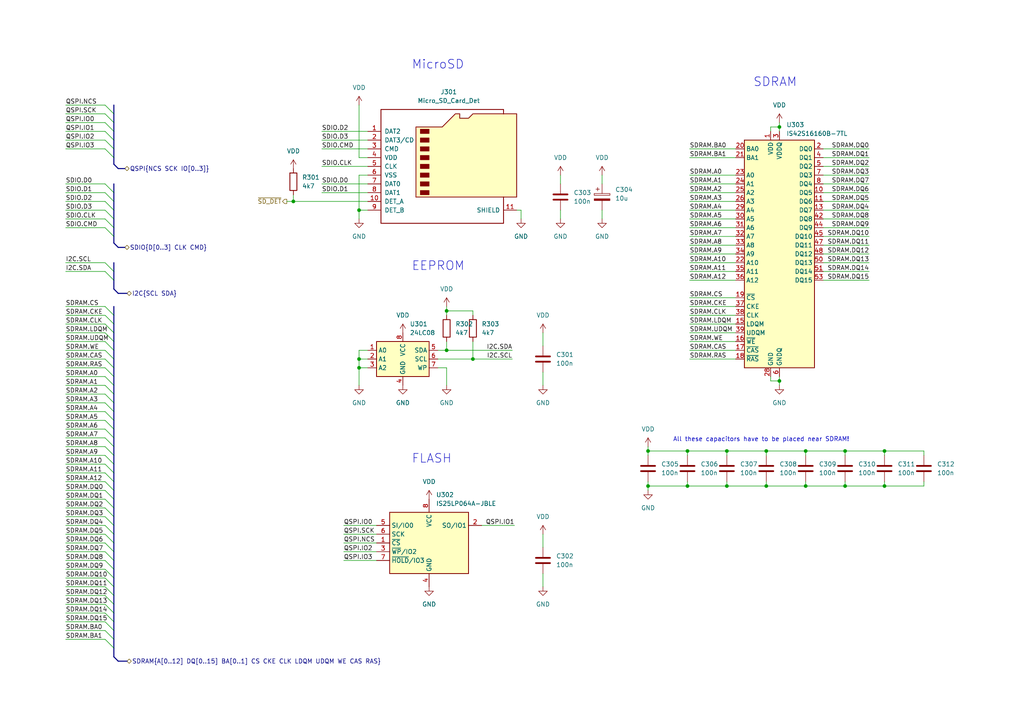
<source format=kicad_sch>
(kicad_sch (version 20211123) (generator eeschema)
  (paper "A4")
  (title_block (title "STLinux") (date "2022-11-10") (rev "1"))
  (lib_symbols
    (symbol "Connector:Micro_SD_Card_Det" (pin_names (offset 1.016))
      (property "Reference" "J" (at -16.51 17.78 0))
      (property "Value" "Micro_SD_Card_Det" (at 16.51 17.78 0))
      (symbol "Micro_SD_Card_Det_0_1"
        (rectangle (start -7.62 -6.985) (end -5.08 -8.255) (fill (type outline)))
        (rectangle (start -7.62 -4.445) (end -5.08 -5.715) (fill (type outline)))
        (rectangle (start -7.62 -1.905) (end -5.08 -3.175) (fill (type outline)))
        (rectangle (start -7.62 0.635) (end -5.08 -0.635) (fill (type outline)))
        (rectangle (start -7.62 3.175) (end -5.08 1.905) (fill (type outline)))
        (rectangle (start -7.62 5.715) (end -5.08 4.445) (fill (type outline)))
        (rectangle (start -7.62 8.255) (end -5.08 6.985) (fill (type outline)))
        (rectangle (start -7.62 10.795) (end -5.08 9.525) (fill (type outline)))
        (polyline (pts (xy 16.51 15.24) (xy 16.51 16.51) (xy -19.05 16.51) (xy -19.05 -16.51) (xy 16.51 -16.51) (xy 16.51 -8.89)) (stroke (width 0.254)))
        (polyline (pts (xy -8.89 -8.89) (xy -8.89 11.43) (xy -1.27 11.43) (xy 2.54 15.24) (xy 3.81 15.24) (xy 3.81 13.97) (xy 6.35 13.97) (xy 7.62 15.24) (xy 20.32 15.24) (xy 20.32 -8.89) (xy -8.89 -8.89)) (stroke (width 0.254)) (fill (type background)))
      )
      (symbol "Micro_SD_Card_Det_1_1"
        (pin bidirectional line (at -22.86 10.16 0) (length 3.81) (name "DAT2") (number "1"))
        (pin passive line (at -22.86 -10.16 0) (length 3.81) (name "DET_A") (number "10"))
        (pin passive line (at 20.32 -12.7 180) (length 3.81) (name "SHIELD") (number "11"))
        (pin bidirectional line (at -22.86 7.62 0) (length 3.81) (name "DAT3/CD") (number "2"))
        (pin input line (at -22.86 5.08 0) (length 3.81) (name "CMD") (number "3"))
        (pin power_in line (at -22.86 2.54 0) (length 3.81) (name "VDD") (number "4"))
        (pin input line (at -22.86 0 0) (length 3.81) (name "CLK") (number "5"))
        (pin power_in line (at -22.86 -2.54 0) (length 3.81) (name "VSS") (number "6"))
        (pin bidirectional line (at -22.86 -5.08 0) (length 3.81) (name "DAT0") (number "7"))
        (pin bidirectional line (at -22.86 -7.62 0) (length 3.81) (name "DAT1") (number "8"))
        (pin passive line (at -22.86 -12.7 0) (length 3.81) (name "DET_B") (number "9"))
      )
    )
    (symbol "Device:C" (pin_numbers hide) (pin_names (offset 0.254))
      (property "Reference" "C" (at 0.635 2.54 0))
      (property "Value" "C" (at 0.635 -2.54 0))
      (symbol "C_0_1"
        (polyline (pts (xy -2.032 -0.762) (xy 2.032 -0.762)) (stroke (width 0.508)))
        (polyline (pts (xy -2.032 0.762) (xy 2.032 0.762)) (stroke (width 0.508)))
      )
      (symbol "C_1_1"
        (pin passive line (at 0 3.81 270) (length 2.794) (name "~") (number "1"))
        (pin passive line (at 0 -3.81 90) (length 2.794) (name "~") (number "2"))
      )
    )
    (symbol "Device:C_Polarized" (pin_numbers hide) (pin_names (offset 0.254))
      (property "Reference" "C" (at 0.635 2.54 0))
      (property "Value" "C_Polarized" (at 0.635 -2.54 0))
      (symbol "C_Polarized_0_1"
        (rectangle (start -2.286 0.508) (end 2.286 1.016))
        (polyline (pts (xy -1.778 2.286) (xy -0.762 2.286)))
        (polyline (pts (xy -1.27 2.794) (xy -1.27 1.778)))
        (rectangle (start 2.286 -0.508) (end -2.286 -1.016) (fill (type outline)))
      )
      (symbol "C_Polarized_1_1"
        (pin passive line (at 0 3.81 270) (length 2.794) (name "~") (number "1"))
        (pin passive line (at 0 -3.81 90) (length 2.794) (name "~") (number "2"))
      )
    )
    (symbol "Device:R" (pin_numbers hide) (pin_names (offset 0))
      (property "Reference" "R" (at 2.032 0 90))
      (property "Value" "R" (at 0 0 90))
      (symbol "R_0_1"
        (rectangle (start -1.016 -2.54) (end 1.016 2.54) (stroke (width 0.254)))
      )
      (symbol "R_1_1"
        (pin passive line (at 0 3.81 270) (length 1.27) (name "~") (number "1"))
        (pin passive line (at 0 -3.81 90) (length 1.27) (name "~") (number "2"))
      )
    )
    (symbol "Memory_EEPROM:24LC08"
      (property "Reference" "U" (at -6.35 6.35 0))
      (property "Value" "24LC08" (at 1.27 6.35 0))
      (symbol "24LC08_1_1"
        (rectangle (start -7.62 5.08) (end 7.62 -5.08) (stroke (width 0.254)) (fill (type background)))
        (pin input line (at -10.16 2.54 0) (length 2.54) (name "A0") (number "1"))
        (pin input line (at -10.16 0 0) (length 2.54) (name "A1") (number "2"))
        (pin input line (at -10.16 -2.54 0) (length 2.54) (name "A2") (number "3"))
        (pin power_in line (at 0 -7.62 90) (length 2.54) (name "GND") (number "4"))
        (pin bidirectional line (at 10.16 2.54 180) (length 2.54) (name "SDA") (number "5"))
        (pin input line (at 10.16 0 180) (length 2.54) (name "SCL") (number "6"))
        (pin input line (at 10.16 -2.54 180) (length 2.54) (name "WP") (number "7"))
        (pin power_in line (at 0 7.62 270) (length 2.54) (name "VCC") (number "8"))
      )
    )
    (symbol "Memory_Flash:AT25SF081-SSHD-X"
      (property "Reference" "U" (at 2.54 12.7 0))
      (property "Value" "AT25SF081-SSHD-X" (at 10.16 10.16 0))
      (symbol "AT25SF081-SSHD-X_1_1"
        (rectangle (start -11.43 8.89) (end 11.43 -8.89) (stroke (width 0.254)) (fill (type background)))
        (pin input line (at -15.24 0 0) (length 3.81) (name "~{CS}") (number "1"))
        (pin bidirectional line (at 15.24 5.08 180) (length 3.81) (name "SO/IO1") (number "2"))
        (pin bidirectional line (at -15.24 -2.54 0) (length 3.81) (name "~{WP}/IO2") (number "3"))
        (pin power_in line (at 0 -12.7 90) (length 3.81) (name "GND") (number "4"))
        (pin bidirectional line (at -15.24 5.08 0) (length 3.81) (name "SI/IO0") (number "5"))
        (pin input line (at -15.24 2.54 0) (length 3.81) (name "SCK") (number "6"))
        (pin bidirectional line (at -15.24 -5.08 0) (length 3.81) (name "~{HOLD}/IO3") (number "7"))
        (pin power_in line (at 0 12.7 270) (length 3.81) (name "VCC") (number "8"))
      )
    )
    (symbol "issi:IS42S16160B-7TL"
      (property "Reference" "U" (at -8.89 34.29 0))
      (property "Value" "IS42S16160B-7TL" (at 8.89 34.29 0))
      (symbol "IS42S16160B-7TL_1_1"
        (rectangle (start -10.16 33.02) (end 10.16 -33.02) (stroke (width 0.254)) (fill (type background)))
        (pin power_in line (at -2.54 35.56 270) (length 2.54) (name "VDD") (number "1"))
        (pin bidirectional line (at 12.7 17.78 180) (length 2.54) (name "DQ5") (number "10"))
        (pin bidirectional line (at 12.7 15.24 180) (length 2.54) (name "DQ6") (number "11"))
        (pin passive line (at 0 -35.56 90) (length 2.54) hide (name "GNDQ") (number "12"))
        (pin bidirectional line (at 12.7 12.7 180) (length 2.54) (name "DQ7") (number "13"))
        (pin passive line (at -2.54 35.56 270) (length 2.54) hide (name "VDD") (number "14"))
        (pin input line (at -12.7 -20.32 0) (length 2.54) (name "LDQM") (number "15"))
        (pin input line (at -12.7 -25.4 0) (length 2.54) (name "~{WE}") (number "16"))
        (pin input line (at -12.7 -27.94 0) (length 2.54) (name "~{CAS}") (number "17"))
        (pin input line (at -12.7 -30.48 0) (length 2.54) (name "~{RAS}") (number "18"))
        (pin input line (at -12.7 -12.7 0) (length 2.54) (name "~{CS}") (number "19"))
        (pin bidirectional line (at 12.7 30.48 180) (length 2.54) (name "DQ0") (number "2"))
        (pin input line (at -12.7 30.48 0) (length 2.54) (name "BA0") (number "20"))
        (pin input line (at -12.7 27.94 0) (length 2.54) (name "BA1") (number "21"))
        (pin input line (at -12.7 -2.54 0) (length 2.54) (name "A10") (number "22"))
        (pin input line (at -12.7 22.86 0) (length 2.54) (name "A0") (number "23"))
        (pin input line (at -12.7 20.32 0) (length 2.54) (name "A1") (number "24"))
        (pin input line (at -12.7 17.78 0) (length 2.54) (name "A2") (number "25"))
        (pin input line (at -12.7 15.24 0) (length 2.54) (name "A3") (number "26"))
        (pin passive line (at -2.54 35.56 270) (length 2.54) hide (name "VDD") (number "27"))
        (pin power_in line (at -2.54 -35.56 90) (length 2.54) (name "GND") (number "28"))
        (pin input line (at -12.7 12.7 0) (length 2.54) (name "A4") (number "29"))
        (pin power_in line (at 0 35.56 270) (length 2.54) (name "VDDQ") (number "3"))
        (pin input line (at -12.7 10.16 0) (length 2.54) (name "A5") (number "30"))
        (pin input line (at -12.7 7.62 0) (length 2.54) (name "A6") (number "31"))
        (pin input line (at -12.7 5.08 0) (length 2.54) (name "A7") (number "32"))
        (pin input line (at -12.7 2.54 0) (length 2.54) (name "A8") (number "33"))
        (pin input line (at -12.7 0 0) (length 2.54) (name "A9") (number "34"))
        (pin input line (at -12.7 -5.08 0) (length 2.54) (name "A11") (number "35"))
        (pin input line (at -12.7 -7.62 0) (length 2.54) (name "A12") (number "36"))
        (pin input line (at -12.7 -15.24 0) (length 2.54) (name "CKE") (number "37"))
        (pin input line (at -12.7 -17.78 0) (length 2.54) (name "CLK") (number "38"))
        (pin input line (at -12.7 -22.86 0) (length 2.54) (name "UDQM") (number "39"))
        (pin bidirectional line (at 12.7 27.94 180) (length 2.54) (name "DQ1") (number "4"))
        (pin no_connect line (at 10.16 -20.32 180) (length 2.54) hide (name "NC") (number "40"))
        (pin passive line (at -2.54 -35.56 90) (length 2.54) hide (name "GND") (number "41"))
        (pin bidirectional line (at 12.7 10.16 180) (length 2.54) (name "DQ8") (number "42"))
        (pin passive line (at 0 35.56 270) (length 2.54) hide (name "VDDQ") (number "43"))
        (pin bidirectional line (at 12.7 7.62 180) (length 2.54) (name "DQ9") (number "44"))
        (pin bidirectional line (at 12.7 5.08 180) (length 2.54) (name "DQ10") (number "45"))
        (pin passive line (at 0 -35.56 90) (length 2.54) hide (name "GNDQ") (number "46"))
        (pin bidirectional line (at 12.7 2.54 180) (length 2.54) (name "DQ11") (number "47"))
        (pin bidirectional line (at 12.7 0 180) (length 2.54) (name "DQ12") (number "48"))
        (pin passive line (at 0 35.56 270) (length 2.54) hide (name "VDDQ") (number "49"))
        (pin bidirectional line (at 12.7 25.4 180) (length 2.54) (name "DQ2") (number "5"))
        (pin bidirectional line (at 12.7 -2.54 180) (length 2.54) (name "DQ13") (number "50"))
        (pin bidirectional line (at 12.7 -5.08 180) (length 2.54) (name "DQ14") (number "51"))
        (pin passive line (at 0 -35.56 90) (length 2.54) hide (name "GNDQ") (number "52"))
        (pin bidirectional line (at 12.7 -7.62 180) (length 2.54) (name "DQ15") (number "53"))
        (pin passive line (at -2.54 -35.56 90) (length 2.54) hide (name "GND") (number "54"))
        (pin power_in line (at 0 -35.56 90) (length 2.54) (name "GNDQ") (number "6"))
        (pin bidirectional line (at 12.7 22.86 180) (length 2.54) (name "DQ3") (number "7"))
        (pin bidirectional line (at 12.7 20.32 180) (length 2.54) (name "DQ4") (number "8"))
        (pin passive line (at 0 35.56 270) (length 2.54) hide (name "VDDQ") (number "9"))
      )
    )
    (symbol "power:GND" (power) (pin_names (offset 0))
      (property "Value" "GND" (at 0 -3.81 0))
      (symbol "GND_0_1"
        (polyline (pts (xy 0 0) (xy 0 -1.27) (xy 1.27 -1.27) (xy 0 -2.54) (xy -1.27 -1.27) (xy 0 -1.27)))
      )
      (symbol "GND_1_1"
        (pin power_in line (at 0 0 270) (length 0) hide (name "GND") (number "1"))
      )
    )
    (symbol "power:VDD" (power) (pin_names (offset 0))
      (property "Value" "VDD" (at 0 3.81 0))
      (symbol "VDD_0_1"
        (polyline (pts (xy -0.762 1.27) (xy 0 2.54)))
        (polyline (pts (xy 0 0) (xy 0 2.54)))
        (polyline (pts (xy 0 2.54) (xy 0.762 1.27)))
      )
      (symbol "VDD_1_1"
        (pin power_in line (at 0 0 90) (length 0) hide (name "VDD") (number "1"))
      )
    )
  )
  (junction (at 210.82 130.81))
  (junction (at 104.14 106.68))
  (junction (at 187.96 140.97))
  (junction (at 104.14 104.14))
  (junction (at 137.16 104.14))
  (junction (at 85.09 58.42))
  (junction (at 199.39 140.97))
  (junction (at 104.14 60.96))
  (junction (at 199.39 130.81))
  (junction (at 226.06 110.49))
  (junction (at 210.82 140.97))
  (junction (at 256.54 140.97))
  (junction (at 233.68 130.81))
  (junction (at 222.25 130.81))
  (junction (at 233.68 140.97))
  (junction (at 187.96 130.81))
  (junction (at 129.54 90.17))
  (junction (at 245.11 130.81))
  (junction (at 222.25 140.97))
  (junction (at 226.06 36.83))
  (junction (at 129.54 101.6))
  (junction (at 245.11 140.97))
  (junction (at 256.54 130.81))
  (bus_entry (at 30.48 111.76) (size 2.54 2.54))
  (bus_entry (at 30.48 147.32) (size 2.54 2.54))
  (bus_entry (at 30.48 185.42) (size 2.54 2.54))
  (bus_entry (at 30.48 53.34) (size 2.54 2.54))
  (bus_entry (at 30.48 160.02) (size 2.54 2.54))
  (bus_entry (at 30.48 175.26) (size 2.54 2.54))
  (bus_entry (at 30.48 91.44) (size 2.54 2.54))
  (bus_entry (at 30.48 43.18) (size 2.54 2.54))
  (bus_entry (at 30.48 180.34) (size 2.54 2.54))
  (bus_entry (at 30.48 38.1) (size 2.54 2.54))
  (bus_entry (at 30.48 60.96) (size 2.54 2.54))
  (bus_entry (at 30.48 129.54) (size 2.54 2.54))
  (bus_entry (at 30.48 149.86) (size 2.54 2.54))
  (bus_entry (at 30.48 119.38) (size 2.54 2.54))
  (bus_entry (at 30.48 139.7) (size 2.54 2.54))
  (bus_entry (at 30.48 172.72) (size 2.54 2.54))
  (bus_entry (at 30.48 157.48) (size 2.54 2.54))
  (bus_entry (at 30.48 162.56) (size 2.54 2.54))
  (bus_entry (at 30.48 106.68) (size 2.54 2.54))
  (bus_entry (at 30.48 116.84) (size 2.54 2.54))
  (bus_entry (at 30.48 127) (size 2.54 2.54))
  (bus_entry (at 30.48 152.4) (size 2.54 2.54))
  (bus_entry (at 30.48 109.22) (size 2.54 2.54))
  (bus_entry (at 30.48 104.14) (size 2.54 2.54))
  (bus_entry (at 30.48 167.64) (size 2.54 2.54))
  (bus_entry (at 30.48 132.08) (size 2.54 2.54))
  (bus_entry (at 30.48 154.94) (size 2.54 2.54))
  (bus_entry (at 30.48 99.06) (size 2.54 2.54))
  (bus_entry (at 30.48 88.9) (size 2.54 2.54))
  (bus_entry (at 30.48 78.74) (size 2.54 2.54))
  (bus_entry (at 30.48 101.6) (size 2.54 2.54))
  (bus_entry (at 30.48 40.64) (size 2.54 2.54))
  (bus_entry (at 30.48 114.3) (size 2.54 2.54))
  (bus_entry (at 33.02 33.02) (size -2.54 -2.54))
  (bus_entry (at 30.48 35.56) (size 2.54 2.54))
  (bus_entry (at 30.48 58.42) (size 2.54 2.54))
  (bus_entry (at 30.48 96.52) (size 2.54 2.54))
  (bus_entry (at 30.48 142.24) (size 2.54 2.54))
  (bus_entry (at 30.48 177.8) (size 2.54 2.54))
  (bus_entry (at 30.48 66.04) (size 2.54 2.54))
  (bus_entry (at 33.02 35.56) (size -2.54 -2.54))
  (bus_entry (at 30.48 137.16) (size 2.54 2.54))
  (bus_entry (at 30.48 55.88) (size 2.54 2.54))
  (bus_entry (at 30.48 121.92) (size 2.54 2.54))
  (bus_entry (at 30.48 76.2) (size 2.54 2.54))
  (bus_entry (at 30.48 124.46) (size 2.54 2.54))
  (bus_entry (at 30.48 63.5) (size 2.54 2.54))
  (bus_entry (at 30.48 182.88) (size 2.54 2.54))
  (bus_entry (at 30.48 134.62) (size 2.54 2.54))
  (bus_entry (at 30.48 93.98) (size 2.54 2.54))
  (bus_entry (at 30.48 170.18) (size 2.54 2.54))
  (bus_entry (at 30.48 144.78) (size 2.54 2.54))
  (bus_entry (at 30.48 165.1) (size 2.54 2.54))
  (bus (pts (xy 33.02 76.2) (xy 33.02 78.74)))
  (wire (pts (xy 222.25 130.81) (xy 233.68 130.81)))
  (wire (pts (xy 19.05 160.02) (xy 30.48 160.02)))
  (wire (pts (xy 19.05 180.34) (xy 30.48 180.34)))
  (wire (pts (xy 19.05 63.5) (xy 30.48 63.5)))
  (wire (pts (xy 104.14 106.68) (xy 104.14 111.76)))
  (wire (pts (xy 238.76 73.66) (xy 252.095 73.66)))
  (wire (pts (xy 238.76 66.04) (xy 252.095 66.04)))
  (wire (pts (xy 19.05 134.62) (xy 30.48 134.62)))
  (bus (pts (xy 33.02 180.34) (xy 33.02 182.88)))
  (wire (pts (xy 238.76 78.74) (xy 252.095 78.74)))
  (bus (pts (xy 33.02 134.62) (xy 33.02 137.16)))
  (wire (pts (xy 19.05 55.88) (xy 30.48 55.88)))
  (wire (pts (xy 187.96 130.81) (xy 199.39 130.81)))
  (bus (pts (xy 33.02 121.92) (xy 33.02 124.46)))
  (wire (pts (xy 187.96 140.97) (xy 199.39 140.97)))
  (wire (pts (xy 99.695 160.02) (xy 109.22 160.02)))
  (wire (pts (xy 129.54 101.6) (xy 148.59 101.6)))
  (wire (pts (xy 129.54 90.17) (xy 137.16 90.17)))
  (bus (pts (xy 33.02 162.56) (xy 33.02 165.1)))
  (wire (pts (xy 19.05 127) (xy 30.48 127)))
  (bus (pts (xy 33.02 111.76) (xy 33.02 114.3)))
  (wire (pts (xy 199.39 130.81) (xy 210.82 130.81)))
  (wire (pts (xy 187.96 140.97) (xy 187.96 142.24)))
  (wire (pts (xy 200.025 96.52) (xy 213.36 96.52)))
  (wire (pts (xy 129.54 88.9) (xy 129.54 90.17)))
  (bus (pts (xy 33.02 137.16) (xy 33.02 139.7)))
  (bus (pts (xy 33.02 129.54) (xy 33.02 132.08)))
  (wire (pts (xy 99.695 157.48) (xy 109.22 157.48)))
  (bus (pts (xy 33.02 149.86) (xy 33.02 152.4)))
  (wire (pts (xy 99.695 162.56) (xy 109.22 162.56)))
  (wire (pts (xy 238.76 63.5) (xy 252.095 63.5)))
  (wire (pts (xy 104.14 106.68) (xy 106.68 106.68)))
  (wire (pts (xy 30.48 99.06) (xy 19.05 99.06)))
  (bus (pts (xy 33.02 142.24) (xy 33.02 144.78)))
  (wire (pts (xy 93.345 38.1) (xy 106.68 38.1)))
  (bus (pts (xy 33.02 165.1) (xy 33.02 167.64)))
  (wire (pts (xy 200.025 91.44) (xy 213.36 91.44)))
  (wire (pts (xy 238.76 76.2) (xy 252.095 76.2)))
  (wire (pts (xy 238.76 53.34) (xy 252.095 53.34)))
  (wire (pts (xy 200.025 60.96) (xy 213.36 60.96)))
  (bus (pts (xy 33.02 109.22) (xy 33.02 111.76)))
  (wire (pts (xy 222.25 140.97) (xy 233.68 140.97)))
  (bus (pts (xy 33.02 154.94) (xy 33.02 157.48)))
  (bus (pts (xy 33.02 144.78) (xy 33.02 147.32)))
  (wire (pts (xy 19.05 30.48) (xy 30.48 30.48)))
  (wire (pts (xy 19.05 114.3) (xy 30.48 114.3)))
  (wire (pts (xy 19.05 177.8) (xy 30.48 177.8)))
  (wire (pts (xy 187.96 139.7) (xy 187.96 140.97)))
  (bus (pts (xy 33.02 104.14) (xy 33.02 106.68)))
  (wire (pts (xy 19.05 132.08) (xy 30.48 132.08)))
  (bus (pts (xy 33.02 147.32) (xy 33.02 149.86)))
  (wire (pts (xy 157.48 107.95) (xy 157.48 111.76)))
  (bus (pts (xy 33.02 99.06) (xy 33.02 101.6)))
  (bus (pts (xy 33.02 124.46) (xy 33.02 127)))
  (bus (pts (xy 33.02 127) (xy 33.02 129.54)))
  (wire (pts (xy 200.025 71.12) (xy 213.36 71.12)))
  (wire (pts (xy 162.56 50.8) (xy 162.56 53.34)))
  (bus (pts (xy 33.02 58.42) (xy 33.02 60.96)))
  (wire (pts (xy 19.05 124.46) (xy 30.48 124.46)))
  (wire (pts (xy 106.68 45.72) (xy 104.14 45.72)))
  (wire (pts (xy 210.82 130.81) (xy 210.82 132.08)))
  (wire (pts (xy 19.05 144.78) (xy 30.48 144.78)))
  (wire (pts (xy 200.025 81.28) (xy 213.36 81.28)))
  (wire (pts (xy 238.76 45.72) (xy 252.095 45.72)))
  (wire (pts (xy 104.14 50.8) (xy 104.14 60.96)))
  (wire (pts (xy 83.185 58.42) (xy 85.09 58.42)))
  (wire (pts (xy 238.76 71.12) (xy 252.095 71.12)))
  (wire (pts (xy 199.39 130.81) (xy 199.39 132.08)))
  (wire (pts (xy 127 104.14) (xy 137.16 104.14)))
  (wire (pts (xy 226.06 110.49) (xy 226.06 111.76)))
  (wire (pts (xy 30.48 104.14) (xy 19.05 104.14)))
  (wire (pts (xy 256.54 130.81) (xy 256.54 132.08)))
  (wire (pts (xy 19.05 129.54) (xy 30.48 129.54)))
  (bus (pts (xy 33.02 190.5) (xy 34.29 191.77)))
  (bus (pts (xy 33.02 35.56) (xy 33.02 38.1)))
  (bus (pts (xy 33.02 55.88) (xy 33.02 58.42)))
  (bus (pts (xy 33.02 167.64) (xy 33.02 170.18)))
  (wire (pts (xy 245.11 130.81) (xy 256.54 130.81)))
  (wire (pts (xy 199.39 139.7) (xy 199.39 140.97)))
  (wire (pts (xy 19.05 182.88) (xy 30.48 182.88)))
  (wire (pts (xy 104.14 60.96) (xy 106.68 60.96)))
  (wire (pts (xy 210.82 140.97) (xy 222.25 140.97)))
  (wire (pts (xy 245.11 130.81) (xy 245.11 132.08)))
  (wire (pts (xy 162.56 60.96) (xy 162.56 63.5)))
  (wire (pts (xy 267.97 139.7) (xy 267.97 140.97)))
  (wire (pts (xy 238.76 68.58) (xy 252.095 68.58)))
  (wire (pts (xy 226.06 109.22) (xy 226.06 110.49)))
  (bus (pts (xy 33.02 93.98) (xy 33.02 96.52)))
  (bus (pts (xy 33.02 160.02) (xy 33.02 162.56)))
  (wire (pts (xy 104.14 101.6) (xy 104.14 104.14)))
  (wire (pts (xy 174.625 60.96) (xy 174.625 63.5)))
  (wire (pts (xy 226.06 36.83) (xy 226.06 38.1)))
  (bus (pts (xy 33.02 170.18) (xy 33.02 172.72)))
  (wire (pts (xy 199.39 140.97) (xy 210.82 140.97)))
  (wire (pts (xy 200.025 88.9) (xy 213.36 88.9)))
  (wire (pts (xy 93.345 43.18) (xy 106.68 43.18)))
  (bus (pts (xy 34.29 71.755) (xy 36.195 71.755)))
  (bus (pts (xy 33.02 66.04) (xy 33.02 68.58)))
  (bus (pts (xy 33.02 81.28) (xy 33.02 83.82)))
  (wire (pts (xy 222.25 130.81) (xy 222.25 132.08)))
  (wire (pts (xy 19.05 76.2) (xy 30.48 76.2)))
  (wire (pts (xy 200.025 68.58) (xy 213.36 68.58)))
  (bus (pts (xy 33.02 45.72) (xy 33.02 47.625)))
  (wire (pts (xy 210.82 130.81) (xy 222.25 130.81)))
  (wire (pts (xy 19.05 172.72) (xy 30.48 172.72)))
  (wire (pts (xy 222.25 139.7) (xy 222.25 140.97)))
  (wire (pts (xy 19.05 43.18) (xy 30.48 43.18)))
  (wire (pts (xy 137.16 99.06) (xy 137.16 104.14)))
  (wire (pts (xy 200.025 53.34) (xy 213.36 53.34)))
  (wire (pts (xy 19.05 60.96) (xy 30.48 60.96)))
  (bus (pts (xy 33.02 101.6) (xy 33.02 104.14)))
  (wire (pts (xy 200.025 50.8) (xy 213.36 50.8)))
  (bus (pts (xy 33.02 83.82) (xy 34.29 85.09)))
  (wire (pts (xy 93.345 55.88) (xy 106.68 55.88)))
  (bus (pts (xy 34.29 48.895) (xy 36.195 48.895)))
  (bus (pts (xy 33.02 63.5) (xy 33.02 66.04)))
  (wire (pts (xy 99.695 154.94) (xy 109.22 154.94)))
  (wire (pts (xy 104.14 50.8) (xy 106.68 50.8)))
  (wire (pts (xy 226.06 35.56) (xy 226.06 36.83)))
  (bus (pts (xy 33.02 96.52) (xy 33.02 99.06)))
  (bus (pts (xy 33.02 114.3) (xy 33.02 116.84)))
  (wire (pts (xy 19.05 116.84) (xy 30.48 116.84)))
  (bus (pts (xy 33.02 53.34) (xy 33.02 55.88)))
  (wire (pts (xy 200.025 104.14) (xy 213.36 104.14)))
  (wire (pts (xy 30.48 101.6) (xy 19.05 101.6)))
  (wire (pts (xy 19.05 66.04) (xy 30.48 66.04)))
  (wire (pts (xy 238.76 50.8) (xy 252.095 50.8)))
  (bus (pts (xy 33.02 116.84) (xy 33.02 119.38)))
  (wire (pts (xy 200.025 43.18) (xy 213.36 43.18)))
  (bus (pts (xy 33.02 185.42) (xy 33.02 187.96)))
  (wire (pts (xy 223.52 36.83) (xy 223.52 38.1)))
  (wire (pts (xy 19.05 119.38) (xy 30.48 119.38)))
  (wire (pts (xy 267.97 130.81) (xy 267.97 132.08)))
  (wire (pts (xy 200.025 99.06) (xy 213.36 99.06)))
  (bus (pts (xy 33.02 175.26) (xy 33.02 177.8)))
  (bus (pts (xy 33.02 40.64) (xy 33.02 43.18)))
  (bus (pts (xy 33.02 70.485) (xy 34.29 71.755)))
  (wire (pts (xy 19.05 170.18) (xy 30.48 170.18)))
  (wire (pts (xy 226.06 36.83) (xy 223.52 36.83)))
  (bus (pts (xy 33.02 60.96) (xy 33.02 63.5)))
  (wire (pts (xy 19.05 137.16) (xy 30.48 137.16)))
  (wire (pts (xy 151.13 60.96) (xy 151.13 63.5)))
  (bus (pts (xy 33.02 78.74) (xy 33.02 81.28)))
  (bus (pts (xy 34.29 191.77) (xy 36.83 191.77)))
  (wire (pts (xy 256.54 139.7) (xy 256.54 140.97)))
  (wire (pts (xy 223.52 109.22) (xy 223.52 110.49)))
  (wire (pts (xy 19.05 147.32) (xy 30.48 147.32)))
  (wire (pts (xy 226.06 110.49) (xy 223.52 110.49)))
  (bus (pts (xy 33.02 182.88) (xy 33.02 185.42)))
  (wire (pts (xy 157.48 166.37) (xy 157.48 170.18)))
  (bus (pts (xy 33.02 106.68) (xy 33.02 109.22)))
  (wire (pts (xy 238.76 43.18) (xy 252.095 43.18)))
  (wire (pts (xy 200.025 73.66) (xy 213.36 73.66)))
  (bus (pts (xy 33.02 119.38) (xy 33.02 121.92)))
  (wire (pts (xy 238.76 81.28) (xy 252.095 81.28)))
  (wire (pts (xy 19.05 162.56) (xy 30.48 162.56)))
  (wire (pts (xy 200.025 76.2) (xy 213.36 76.2)))
  (wire (pts (xy 200.025 78.74) (xy 213.36 78.74)))
  (bus (pts (xy 33.02 88.9) (xy 33.02 91.44)))
  (wire (pts (xy 93.345 53.34) (xy 106.68 53.34)))
  (wire (pts (xy 93.345 48.26) (xy 106.68 48.26)))
  (wire (pts (xy 187.96 132.08) (xy 187.96 130.81)))
  (wire (pts (xy 30.48 91.44) (xy 19.05 91.44)))
  (wire (pts (xy 256.54 140.97) (xy 267.97 140.97)))
  (wire (pts (xy 127 101.6) (xy 129.54 101.6)))
  (bus (pts (xy 33.02 43.18) (xy 33.02 45.72)))
  (wire (pts (xy 19.05 109.22) (xy 30.48 109.22)))
  (bus (pts (xy 34.29 85.09) (xy 36.83 85.09)))
  (bus (pts (xy 33.02 30.48) (xy 33.02 33.02)))
  (wire (pts (xy 104.14 104.14) (xy 104.14 106.68)))
  (wire (pts (xy 200.025 101.6) (xy 213.36 101.6)))
  (wire (pts (xy 106.68 58.42) (xy 85.09 58.42)))
  (wire (pts (xy 19.05 58.42) (xy 30.48 58.42)))
  (wire (pts (xy 174.625 50.8) (xy 174.625 53.34)))
  (wire (pts (xy 99.695 152.4) (xy 109.22 152.4)))
  (wire (pts (xy 19.05 88.9) (xy 30.48 88.9)))
  (bus (pts (xy 33.02 139.7) (xy 33.02 142.24)))
  (wire (pts (xy 19.05 78.74) (xy 30.48 78.74)))
  (wire (pts (xy 238.76 60.96) (xy 252.095 60.96)))
  (wire (pts (xy 19.05 111.76) (xy 30.48 111.76)))
  (bus (pts (xy 33.02 132.08) (xy 33.02 134.62)))
  (bus (pts (xy 33.02 177.8) (xy 33.02 180.34)))
  (bus (pts (xy 33.02 33.02) (xy 33.02 35.56)))
  (bus (pts (xy 33.02 47.625) (xy 34.29 48.895)))
  (wire (pts (xy 233.68 130.81) (xy 245.11 130.81)))
  (wire (pts (xy 245.11 140.97) (xy 256.54 140.97)))
  (wire (pts (xy 200.025 63.5) (xy 213.36 63.5)))
  (wire (pts (xy 129.54 106.68) (xy 129.54 111.76)))
  (bus (pts (xy 33.02 38.1) (xy 33.02 40.64)))
  (wire (pts (xy 19.05 40.64) (xy 30.48 40.64)))
  (wire (pts (xy 137.16 90.17) (xy 137.16 91.44)))
  (wire (pts (xy 93.345 40.64) (xy 106.68 40.64)))
  (wire (pts (xy 19.05 167.64) (xy 30.48 167.64)))
  (wire (pts (xy 19.05 175.26) (xy 30.48 175.26)))
  (wire (pts (xy 19.05 139.7) (xy 30.48 139.7)))
  (wire (pts (xy 106.68 101.6) (xy 104.14 101.6)))
  (wire (pts (xy 238.76 55.88) (xy 252.095 55.88)))
  (bus (pts (xy 33.02 91.44) (xy 33.02 93.98)))
  (wire (pts (xy 19.05 121.92) (xy 30.48 121.92)))
  (wire (pts (xy 200.025 45.72) (xy 213.36 45.72)))
  (wire (pts (xy 19.05 53.34) (xy 30.48 53.34)))
  (wire (pts (xy 19.05 38.1) (xy 30.48 38.1)))
  (bus (pts (xy 33.02 157.48) (xy 33.02 160.02)))
  (wire (pts (xy 30.48 96.52) (xy 19.05 96.52)))
  (wire (pts (xy 139.7 152.4) (xy 149.225 152.4)))
  (bus (pts (xy 33.02 68.58) (xy 33.02 70.485)))
  (wire (pts (xy 200.025 55.88) (xy 213.36 55.88)))
  (wire (pts (xy 200.025 58.42) (xy 213.36 58.42)))
  (wire (pts (xy 238.76 48.26) (xy 252.095 48.26)))
  (wire (pts (xy 104.14 30.48) (xy 104.14 45.72)))
  (wire (pts (xy 127 106.68) (xy 129.54 106.68)))
  (wire (pts (xy 19.05 185.42) (xy 30.48 185.42)))
  (wire (pts (xy 187.96 129.54) (xy 187.96 130.81)))
  (wire (pts (xy 245.11 139.7) (xy 245.11 140.97)))
  (wire (pts (xy 157.48 154.94) (xy 157.48 158.75)))
  (wire (pts (xy 149.86 60.96) (xy 151.13 60.96)))
  (wire (pts (xy 19.05 154.94) (xy 30.48 154.94)))
  (wire (pts (xy 19.05 165.1) (xy 30.48 165.1)))
  (wire (pts (xy 200.025 93.98) (xy 213.36 93.98)))
  (wire (pts (xy 19.05 149.86) (xy 30.48 149.86)))
  (wire (pts (xy 210.82 139.7) (xy 210.82 140.97)))
  (wire (pts (xy 30.48 93.98) (xy 19.05 93.98)))
  (wire (pts (xy 200.025 66.04) (xy 213.36 66.04)))
  (wire (pts (xy 30.48 106.68) (xy 19.05 106.68)))
  (wire (pts (xy 19.05 142.24) (xy 30.48 142.24)))
  (bus (pts (xy 33.02 187.96) (xy 33.02 190.5)))
  (wire (pts (xy 85.09 56.515) (xy 85.09 58.42)))
  (wire (pts (xy 233.68 130.81) (xy 233.68 132.08)))
  (bus (pts (xy 33.02 172.72) (xy 33.02 175.26)))
  (wire (pts (xy 129.54 99.06) (xy 129.54 101.6)))
  (bus (pts (xy 33.02 152.4) (xy 33.02 154.94)))
  (wire (pts (xy 104.14 104.14) (xy 106.68 104.14)))
  (wire (pts (xy 19.05 152.4) (xy 30.48 152.4)))
  (wire (pts (xy 137.16 104.14) (xy 148.59 104.14)))
  (wire (pts (xy 157.48 96.52) (xy 157.48 100.33)))
  (wire (pts (xy 19.05 157.48) (xy 30.48 157.48)))
  (wire (pts (xy 129.54 90.17) (xy 129.54 91.44)))
  (wire (pts (xy 256.54 130.81) (xy 267.97 130.81)))
  (wire (pts (xy 233.68 139.7) (xy 233.68 140.97)))
  (wire (pts (xy 19.05 35.56) (xy 30.48 35.56)))
  (wire (pts (xy 238.76 58.42) (xy 252.095 58.42)))
  (wire (pts (xy 233.68 140.97) (xy 245.11 140.97)))
  (wire (pts (xy 200.025 86.36) (xy 213.36 86.36)))
  (wire (pts (xy 19.05 33.02) (xy 30.48 33.02)))
  (wire (pts (xy 104.14 60.96) (xy 104.14 63.5)))
  (text "EEPROM" (at 119.38 78.74 0) (effects (font (size 2.54 2.54)) (justify left bottom)))
  (text "All these capacitors have to be placed near SDRAM!" (at 246.38 128.27 180) (effects (font (size 1.27 1.27)) (justify right bottom)))
  (text "FLASH\n" (at 119.38 134.62 0) (effects (font (size 2.54 2.54)) (justify left bottom)))
  (text "MicroSD\n" (at 119.38 20.32 0) (effects (font (size 2.54 2.54)) (justify left bottom)))
  (text "SDRAM\n" (at 218.44 25.4 0) (effects (font (size 2.54 2.54)) (justify left bottom)))
  (label "SDRAM.DQ13" (at 252.095 76.2 180))
  (label "SDRAM.DQ13" (at 19.05 175.26 0))
  (label "SDRAM.DQ3" (at 19.05 149.86 0))
  (label "SDRAM.DQ4" (at 252.095 60.96 180))
  (label "SDRAM.LDQM" (at 200.025 93.98 0))
  (label "SDRAM.DQ5" (at 252.095 58.42 180))
  (label "SDIO.CMD" (at 19.05 66.04 0))
  (label "SDRAM.CLK" (at 19.05 93.98 0))
  (label "SDRAM.DQ5" (at 19.05 154.94 0))
  (label "SDRAM.DQ6" (at 19.05 157.48 0))
  (label "SDRAM.A2" (at 200.025 55.88 0))
  (label "SDRAM.A5" (at 200.025 63.5 0))
  (label "SDRAM.DQ2" (at 19.05 147.32 0))
  (label "SDRAM.DQ7" (at 19.05 160.02 0))
  (label "SDRAM.DQ8" (at 19.05 162.56 0))
  (label "I2C.SCL" (at 148.59 104.14 180))
  (label "SDRAM.BA1" (at 200.025 45.72 0))
  (label "SDRAM.CKE" (at 19.05 91.44 0))
  (label "SDRAM.A8" (at 19.05 129.54 0))
  (label "QSPI.IO1" (at 19.05 38.1 0))
  (label "SDRAM.DQ0" (at 252.095 43.18 180))
  (label "SDRAM.DQ11" (at 19.05 170.18 0))
  (label "QSPI.SCK" (at 99.695 154.94 0))
  (label "SDIO.CMD" (at 93.345 43.18 0))
  (label "SDRAM.DQ1" (at 252.095 45.72 180))
  (label "QSPI.IO2" (at 19.05 40.64 0))
  (label "SDRAM.A3" (at 19.05 116.84 0))
  (label "SDRAM.A10" (at 200.025 76.2 0))
  (label "QSPI.IO0" (at 19.05 35.56 0))
  (label "SDRAM.CS" (at 19.05 88.9 0))
  (label "SDRAM.A6" (at 200.025 66.04 0))
  (label "SDRAM.A4" (at 200.025 60.96 0))
  (label "QSPI.NCS" (at 99.695 157.48 0))
  (label "SDRAM.CAS" (at 19.05 104.14 0))
  (label "SDRAM.CLK" (at 200.025 91.44 0))
  (label "SDRAM.DQ10" (at 252.095 68.58 180))
  (label "SDRAM.A11" (at 19.05 137.16 0))
  (label "QSPI.IO3" (at 99.695 162.56 0))
  (label "SDRAM.CKE" (at 200.025 88.9 0))
  (label "SDRAM.RAS" (at 200.025 104.14 0))
  (label "SDRAM.A5" (at 19.05 121.92 0))
  (label "SDRAM.DQ14" (at 252.095 78.74 180))
  (label "SDRAM.A7" (at 19.05 127 0))
  (label "SDRAM.LDQM" (at 19.05 96.52 0))
  (label "SDRAM.CS" (at 200.025 86.36 0))
  (label "SDRAM.A9" (at 200.025 73.66 0))
  (label "I2C.SDA" (at 19.05 78.74 0))
  (label "SDRAM.WE" (at 19.05 101.6 0))
  (label "SDRAM.WE" (at 200.025 99.06 0))
  (label "I2C.SCL" (at 19.05 76.2 0))
  (label "SDRAM.DQ4" (at 19.05 152.4 0))
  (label "QSPI.NCS" (at 19.05 30.48 0))
  (label "SDRAM.A6" (at 19.05 124.46 0))
  (label "QSPI.IO3" (at 19.05 43.18 0))
  (label "SDRAM.A8" (at 200.025 71.12 0))
  (label "SDRAM.CAS" (at 200.025 101.6 0))
  (label "SDRAM.A1" (at 19.05 111.76 0))
  (label "SDRAM.A7" (at 200.025 68.58 0))
  (label "SDRAM.DQ7" (at 252.095 53.34 180))
  (label "I2C.SDA" (at 148.59 101.6 180))
  (label "SDRAM.A12" (at 200.025 81.28 0))
  (label "SDRAM.DQ0" (at 19.05 142.24 0))
  (label "SDRAM.A0" (at 19.05 109.22 0))
  (label "SDIO.CLK" (at 93.345 48.26 0))
  (label "SDRAM.A9" (at 19.05 132.08 0))
  (label "SDRAM.DQ15" (at 19.05 180.34 0))
  (label "SDRAM.DQ2" (at 252.095 48.26 180))
  (label "SDRAM.RAS" (at 19.05 106.68 0))
  (label "SDRAM.UDQM" (at 200.025 96.52 0))
  (label "SDRAM.DQ6" (at 252.095 55.88 180))
  (label "SDRAM.A2" (at 19.05 114.3 0))
  (label "QSPI.IO0" (at 99.695 152.4 0))
  (label "SDRAM.A12" (at 19.05 139.7 0))
  (label "SDIO.D0" (at 19.05 53.34 0))
  (label "QSPI.IO1" (at 149.225 152.4 180))
  (label "SDIO.D3" (at 93.345 40.64 0))
  (label "SDRAM.A0" (at 200.025 50.8 0))
  (label "SDRAM.A3" (at 200.025 58.42 0))
  (label "SDRAM.A10" (at 19.05 134.62 0))
  (label "SDRAM.DQ14" (at 19.05 177.8 0))
  (label "SDIO.D3" (at 19.05 60.96 0))
  (label "SDRAM.A4" (at 19.05 119.38 0))
  (label "SDIO.D1" (at 93.345 55.88 0))
  (label "SDRAM.DQ8" (at 252.095 63.5 180))
  (label "SDRAM.DQ9" (at 19.05 165.1 0))
  (label "SDRAM.DQ10" (at 19.05 167.64 0))
  (label "SDIO.D0" (at 93.345 53.34 0))
  (label "SDIO.D2" (at 93.345 38.1 0))
  (label "SDRAM.A1" (at 200.025 53.34 0))
  (label "SDIO.D1" (at 19.05 55.88 0))
  (label "SDRAM.BA1" (at 19.05 185.42 0))
  (label "SDRAM.DQ12" (at 19.05 172.72 0))
  (label "SDRAM.UDQM" (at 19.05 99.06 0))
  (label "SDRAM.DQ3" (at 252.095 50.8 180))
  (label "SDRAM.A11" (at 200.025 78.74 0))
  (label "SDRAM.DQ11" (at 252.095 71.12 180))
  (label "QSPI.SCK" (at 19.05 33.02 0))
  (label "SDRAM.DQ1" (at 19.05 144.78 0))
  (label "SDIO.D2" (at 19.05 58.42 0))
  (label "SDRAM.DQ12" (at 252.095 73.66 180))
  (label "SDRAM.BA0" (at 19.05 182.88 0))
  (label "SDRAM.DQ9" (at 252.095 66.04 180))
  (label "QSPI.IO2" (at 99.695 160.02 0))
  (label "SDIO.CLK" (at 19.05 63.5 0))
  (label "SDRAM.BA0" (at 200.025 43.18 0))
  (label "SDRAM.DQ15" (at 252.095 81.28 180))
  (hierarchical_label "I2C{SCL SDA}" (shape bidirectional) (at 36.83 85.09 0))
  (hierarchical_label "~{SD_DET}" (shape output) (at 83.185 58.42 180))
  (hierarchical_label "QSPI{NCS SCK IO[0..3]}" (shape bidirectional) (at 36.195 48.895 0))
  (hierarchical_label "SDRAM{A[0..12] DQ[0..15] BA[0..1] CS CKE CLK LDQM UDQM WE CAS RAS}" (shape bidirectional) (at 36.83 191.77 0))
  (hierarchical_label "SDIO{D[0..3] CLK CMD}" (shape bidirectional) (at 36.195 71.755 0))
  (symbol (lib_id "power:VDD") (at 116.84 96.52 0) (unit 1)
    (property "Reference" "#PWR0305" (effects hide))
    (property "Value" "VDD" (at 116.84 91.44 0))
  )
  (symbol (lib_id "Device:R") (at 129.54 95.25 180) (unit 1)
    (property "Reference" "R302" (at 132.08 93.9799 0) (effects (justify right)))
    (property "Value" "4k7" (at 132.08 96.5199 0) (effects (justify right)))
    (property "Footprint" "Resistor_SMD:R_0603_1608Metric_Pad0.98x0.95mm_HandSolder" (effects hide))
  )
  (symbol (lib_id "Device:C") (at 267.97 135.89 0) (unit 1)
    (property "Reference" "C312" (at 271.78 134.6199 0) (effects (justify left)))
    (property "Value" "100n" (at 271.78 137.1599 0) (effects (justify left)))
    (property "Footprint" "Capacitor_SMD:C_0603_1608Metric_Pad1.08x0.95mm_HandSolder" (effects hide))
  )
  (symbol (lib_id "power:GND") (at 104.14 63.5 0) (unit 1)
    (property "Reference" "#PWR0303" (effects hide))
    (property "Value" "GND" (at 104.14 68.58 0))
  )
  (symbol (lib_id "power:VDD") (at 124.46 144.78 0) (unit 1)
    (property "Reference" "#PWR0307" (effects hide))
    (property "Value" "VDD" (at 124.46 139.7 0))
  )
  (symbol (lib_id "power:VDD") (at 104.14 30.48 0) (unit 1)
    (property "Reference" "#PWR0302" (effects hide))
    (property "Value" "VDD" (at 104.14 25.4 0))
  )
  (symbol (lib_id "power:GND") (at 187.96 142.24 0) (unit 1)
    (property "Reference" "#PWR0321" (effects hide))
    (property "Value" "GND" (at 187.96 147.32 0))
  )
  (symbol (lib_id "Device:C") (at 157.48 104.14 0) (unit 1)
    (property "Reference" "C301" (at 161.29 102.8699 0) (effects (justify left)))
    (property "Value" "100n" (at 161.29 105.4099 0) (effects (justify left)))
    (property "Footprint" "Capacitor_SMD:C_0603_1608Metric_Pad1.08x0.95mm_HandSolder" (effects hide))
  )
  (symbol (lib_id "power:GND") (at 162.56 63.5 0) (unit 1)
    (property "Reference" "#PWR0317" (effects hide))
    (property "Value" "GND" (at 162.56 68.58 0))
  )
  (symbol (lib_id "Device:C_Polarized") (at 174.625 57.15 0) (unit 1)
    (property "Reference" "C304" (at 178.435 54.9909 0) (effects (justify left)))
    (property "Value" "10u" (at 178.435 57.5309 0) (effects (justify left)))
    (property "Footprint" "Capacitor_Tantalum_SMD:CP_EIA-3216-18_Kemet-A_Pad1.58x1.35mm_HandSolder" (effects hide))
  )
  (symbol (lib_id "power:VDD") (at 157.48 154.94 0) (unit 1)
    (property "Reference" "#PWR0314" (effects hide))
    (property "Value" "VDD" (at 157.48 149.86 0))
  )
  (symbol (lib_id "power:GND") (at 104.14 111.76 0) (unit 1)
    (property "Reference" "#PWR0304" (effects hide))
    (property "Value" "GND" (at 104.14 116.84 0))
  )
  (symbol (lib_id "power:GND") (at 226.06 111.76 0) (unit 1)
    (property "Reference" "#PWR0323" (effects hide))
    (property "Value" "GND" (at 226.06 116.84 0))
  )
  (symbol (lib_id "Device:C") (at 222.25 135.89 0) (unit 1)
    (property "Reference" "C308" (at 226.06 134.6199 0) (effects (justify left)))
    (property "Value" "100n" (at 226.06 137.1599 0) (effects (justify left)))
    (property "Footprint" "Capacitor_SMD:C_0603_1608Metric_Pad1.08x0.95mm_HandSolder" (effects hide))
  )
  (symbol (lib_id "power:GND") (at 124.46 170.18 0) (unit 1)
    (property "Reference" "#PWR0308" (effects hide))
    (property "Value" "GND" (at 124.46 175.26 0))
  )
  (symbol (lib_id "power:VDD") (at 226.06 35.56 0) (unit 1)
    (property "Reference" "#PWR0322" (effects hide))
    (property "Value" "VDD" (at 226.06 30.48 0))
  )
  (symbol (lib_id "power:VDD") (at 187.96 129.54 0) (unit 1)
    (property "Reference" "#PWR0320" (effects hide))
    (property "Value" "VDD" (at 187.96 124.46 0))
  )
  (symbol (lib_id "power:GND") (at 174.625 63.5 0) (unit 1)
    (property "Reference" "#PWR0319" (effects hide))
    (property "Value" "GND" (at 174.625 68.58 0))
  )
  (symbol (lib_id "power:VDD") (at 129.54 88.9 0) (unit 1)
    (property "Reference" "#PWR0309" (effects hide))
    (property "Value" "VDD" (at 129.54 83.82 0))
  )
  (symbol (lib_id "power:GND") (at 157.48 170.18 0) (unit 1)
    (property "Reference" "#PWR0315" (effects hide))
    (property "Value" "GND" (at 157.48 175.26 0))
  )
  (symbol (lib_id "Device:C") (at 162.56 57.15 0) (unit 1)
    (property "Reference" "C303" (at 166.37 55.8799 0) (effects (justify left)))
    (property "Value" "100n" (at 166.37 58.4199 0) (effects (justify left)))
    (property "Footprint" "Capacitor_SMD:C_0603_1608Metric_Pad1.08x0.95mm_HandSolder" (effects hide))
  )
  (symbol (lib_id "Device:R") (at 85.09 52.705 180) (unit 1)
    (property "Reference" "R301" (at 87.63 51.4349 0) (effects (justify right)))
    (property "Value" "4k7" (at 87.63 53.9749 0) (effects (justify right)))
    (property "Footprint" "Resistor_SMD:R_0603_1608Metric_Pad0.98x0.95mm_HandSolder" (effects hide))
  )
  (symbol (lib_id "Memory_EEPROM:24LC08") (at 116.84 104.14 0) (unit 1)
    (property "Reference" "U301" (at 118.8594 93.98 0) (effects (justify left)))
    (property "Value" "24LC08" (at 118.8594 96.52 0) (effects (justify left)))
    (property "Footprint" "Package_SO:SOP-8_3.9x4.9mm_P1.27mm" (effects hide))
    (property "Datasheet" "http://ww1.microchip.com/downloads/en/DeviceDoc/21710J.pdf" (effects hide))
  )
  (symbol (lib_id "Device:C") (at 245.11 135.89 0) (unit 1)
    (property "Reference" "C310" (at 248.92 134.6199 0) (effects (justify left)))
    (property "Value" "100n" (at 248.92 137.1599 0) (effects (justify left)))
    (property "Footprint" "Capacitor_SMD:C_0603_1608Metric_Pad1.08x0.95mm_HandSolder" (effects hide))
  )
  (symbol (lib_id "power:VDD") (at 162.56 50.8 0) (unit 1)
    (property "Reference" "#PWR0316" (effects hide))
    (property "Value" "VDD" (at 162.56 45.72 0))
  )
  (symbol (lib_id "Device:C") (at 256.54 135.89 0) (unit 1)
    (property "Reference" "C311" (at 260.35 134.6199 0) (effects (justify left)))
    (property "Value" "100n" (at 260.35 137.1599 0) (effects (justify left)))
    (property "Footprint" "Capacitor_SMD:C_0603_1608Metric_Pad1.08x0.95mm_HandSolder" (effects hide))
  )
  (symbol (lib_id "power:GND") (at 116.84 111.76 0) (unit 1)
    (property "Reference" "#PWR0306" (effects hide))
    (property "Value" "GND" (at 116.84 116.84 0))
  )
  (symbol (lib_id "issi:IS42S16160B-7TL") (at 226.06 73.66 0) (unit 1)
    (property "Reference" "U303" (at 228.0794 36.195 0) (effects (justify left)))
    (property "Value" "IS42S16160B-7TL" (at 228.0794 38.735 0) (effects (justify left)))
    (property "Footprint" "Package_SO:TSOP-II-54_22.2x10.16mm_P0.8mm" (effects hide))
    (property "Datasheet" "https://www.issi.com/WW/pdf/42-45S83200J-16160J.pdf" (effects hide))
  )
  (symbol (lib_id "Device:R") (at 137.16 95.25 180) (unit 1)
    (property "Reference" "R303" (at 139.7 93.9799 0) (effects (justify right)))
    (property "Value" "4k7" (at 139.7 96.5199 0) (effects (justify right)))
    (property "Footprint" "Resistor_SMD:R_0603_1608Metric_Pad0.98x0.95mm_HandSolder" (effects hide))
  )
  (symbol (lib_id "Device:C") (at 187.96 135.89 0) (unit 1)
    (property "Reference" "C305" (at 191.77 134.6199 0) (effects (justify left)))
    (property "Value" "100n" (at 191.77 137.1599 0) (effects (justify left)))
    (property "Footprint" "Capacitor_SMD:C_0603_1608Metric_Pad1.08x0.95mm_HandSolder" (effects hide))
  )
  (symbol (lib_id "power:GND") (at 157.48 111.76 0) (unit 1)
    (property "Reference" "#PWR0313" (effects hide))
    (property "Value" "GND" (at 157.48 116.84 0))
  )
  (symbol (lib_id "Device:C") (at 199.39 135.89 0) (unit 1)
    (property "Reference" "C306" (at 203.2 134.6199 0) (effects (justify left)))
    (property "Value" "100n" (at 203.2 137.1599 0) (effects (justify left)))
    (property "Footprint" "Capacitor_SMD:C_0603_1608Metric_Pad1.08x0.95mm_HandSolder" (effects hide))
  )
  (symbol (lib_id "power:VDD") (at 157.48 96.52 0) (unit 1)
    (property "Reference" "#PWR0312" (effects hide))
    (property "Value" "VDD" (at 157.48 91.44 0))
  )
  (symbol (lib_id "Memory_Flash:AT25SF081-SSHD-X") (at 124.46 157.48 0) (unit 1)
    (property "Reference" "U302" (at 126.4794 143.51 0) (effects (justify left)))
    (property "Value" "IS25LP064A-JBLE" (at 126.4794 146.05 0) (effects (justify left)))
    (property "Footprint" "Package_SO:SOIC-8_3.9x4.9mm_P1.27mm" (effects hide))
    (property "Datasheet" "https://www.farnell.com/datasheets/2366875.pdf" (effects hide))
  )
  (symbol (lib_id "Device:C") (at 233.68 135.89 0) (unit 1)
    (property "Reference" "C309" (at 237.49 134.6199 0) (effects (justify left)))
    (property "Value" "100n" (at 237.49 137.1599 0) (effects (justify left)))
    (property "Footprint" "Capacitor_SMD:C_0603_1608Metric_Pad1.08x0.95mm_HandSolder" (effects hide))
  )
  (symbol (lib_id "Device:C") (at 157.48 162.56 0) (unit 1)
    (property "Reference" "C302" (at 161.29 161.2899 0) (effects (justify left)))
    (property "Value" "100n" (at 161.29 163.8299 0) (effects (justify left)))
    (property "Footprint" "Capacitor_SMD:C_0603_1608Metric_Pad1.08x0.95mm_HandSolder" (effects hide))
  )
  (symbol (lib_id "power:VDD") (at 85.09 48.895 0) (unit 1)
    (property "Reference" "#PWR0301" (effects hide))
    (property "Value" "VDD" (at 85.09 43.815 0))
  )
  (symbol (lib_id "power:GND") (at 151.13 63.5 0) (unit 1)
    (property "Reference" "#PWR0311" (effects hide))
    (property "Value" "GND" (at 151.13 68.58 0))
  )
  (symbol (lib_id "power:VDD") (at 174.625 50.8 0) (unit 1)
    (property "Reference" "#PWR0318" (effects hide))
    (property "Value" "VDD" (at 174.625 45.72 0))
  )
  (symbol (lib_id "power:GND") (at 129.54 111.76 0) (unit 1)
    (property "Reference" "#PWR0310" (effects hide))
    (property "Value" "GND" (at 129.54 116.84 0))
  )
  (symbol (lib_id "Connector:Micro_SD_Card_Det") (at 129.54 48.26 0) (unit 1)
    (property "Reference" "J301" (at 130.175 26.67 0))
    (property "Value" "Micro_SD_Card_Det" (at 130.175 29.21 0))
    (property "Footprint" "Connector_Card:microSD_HC_Molex_104031-0811" (effects hide))
    (property "Datasheet" "https://www.hirose.com/product/en/download_file/key_name/DM3/category/Catalog/doc_file_id/49662/?file_category_id=4&item_id=195&is_series=1" (effects hide))
  )
  (symbol (lib_id "Device:C") (at 210.82 135.89 0) (unit 1)
    (property "Reference" "C307" (at 214.63 134.6199 0) (effects (justify left)))
    (property "Value" "100n" (at 214.63 137.1599 0) (effects (justify left)))
    (property "Footprint" "Capacitor_SMD:C_0603_1608Metric_Pad1.08x0.95mm_HandSolder" (effects hide))
  )
)
</source>
